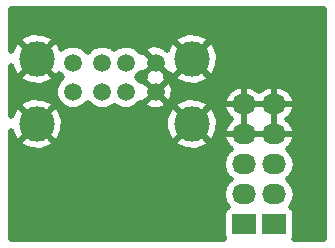
<source format=gbr>
G04 #@! TF.FileFunction,Copper,L2,Bot,Signal*
%FSLAX46Y46*%
G04 Gerber Fmt 4.6, Leading zero omitted, Abs format (unit mm)*
G04 Created by KiCad (PCBNEW 4.0.2+e4-6225~38~ubuntu14.04.1-stable) date Fri 01 Jul 2016 14:13:15 SAST*
%MOMM*%
G01*
G04 APERTURE LIST*
%ADD10C,0.050000*%
%ADD11C,1.500000*%
%ADD12C,3.000000*%
%ADD13R,2.032000X1.727200*%
%ADD14O,2.032000X1.727200*%
%ADD15C,0.500000*%
G04 APERTURE END LIST*
D10*
D11*
X123500000Y-76800000D03*
X121000000Y-76800000D03*
X119000000Y-76800000D03*
X116500000Y-76800000D03*
X116500000Y-74300000D03*
X119000000Y-74300000D03*
X121000000Y-74300000D03*
X123500000Y-74300000D03*
D12*
X113430000Y-79500000D03*
X113430000Y-74000000D03*
X126570000Y-79500000D03*
X126570000Y-74000000D03*
D13*
X131000000Y-88000000D03*
D14*
X131000000Y-85460000D03*
X131000000Y-82920000D03*
X131000000Y-80380000D03*
X131000000Y-77840000D03*
D13*
X133540000Y-88000000D03*
D14*
X133540000Y-85460000D03*
X133540000Y-82920000D03*
X133540000Y-80380000D03*
X133540000Y-77840000D03*
D15*
G36*
X137750000Y-89250000D02*
X135209392Y-89250000D01*
X135267960Y-89164282D01*
X135328850Y-88863600D01*
X135328850Y-87136400D01*
X135275995Y-86855502D01*
X135109985Y-86597514D01*
X134952018Y-86489580D01*
X135225318Y-86080559D01*
X135348755Y-85460000D01*
X135225318Y-84839441D01*
X134873799Y-84313356D01*
X134689184Y-84190000D01*
X134873799Y-84066644D01*
X135225318Y-83540559D01*
X135348755Y-82920000D01*
X135225318Y-82299441D01*
X134873799Y-81773356D01*
X134671560Y-81638224D01*
X134841873Y-81523816D01*
X135192094Y-80996864D01*
X135293405Y-80637624D01*
X135124494Y-80384000D01*
X133544000Y-80384000D01*
X133544000Y-80404000D01*
X133536000Y-80404000D01*
X133536000Y-80384000D01*
X131004000Y-80384000D01*
X131004000Y-80404000D01*
X130996000Y-80404000D01*
X130996000Y-80384000D01*
X129415506Y-80384000D01*
X129246595Y-80637624D01*
X129347906Y-80996864D01*
X129698127Y-81523816D01*
X129868440Y-81638224D01*
X129666201Y-81773356D01*
X129314682Y-82299441D01*
X129191245Y-82920000D01*
X129314682Y-83540559D01*
X129666201Y-84066644D01*
X129850816Y-84190000D01*
X129666201Y-84313356D01*
X129314682Y-84839441D01*
X129191245Y-85460000D01*
X129314682Y-86080559D01*
X129588403Y-86490211D01*
X129445114Y-86582415D01*
X129272040Y-86835718D01*
X129211150Y-87136400D01*
X129211150Y-88863600D01*
X129264005Y-89144498D01*
X129331893Y-89250000D01*
X111250000Y-89250000D01*
X111250000Y-80996756D01*
X111938901Y-80996756D01*
X112080016Y-81364897D01*
X112896443Y-81739556D01*
X113794099Y-81773263D01*
X114636324Y-81460886D01*
X114779984Y-81364897D01*
X114921099Y-80996756D01*
X125078901Y-80996756D01*
X125220016Y-81364897D01*
X126036443Y-81739556D01*
X126934099Y-81773263D01*
X127776324Y-81460886D01*
X127919984Y-81364897D01*
X128061099Y-80996756D01*
X126570000Y-79505657D01*
X125078901Y-80996756D01*
X114921099Y-80996756D01*
X113430000Y-79505657D01*
X111938901Y-80996756D01*
X111250000Y-80996756D01*
X111250000Y-80115553D01*
X111469114Y-80706324D01*
X111565103Y-80849984D01*
X111933244Y-80991099D01*
X113424343Y-79500000D01*
X113435657Y-79500000D01*
X114926756Y-80991099D01*
X115294897Y-80849984D01*
X115669556Y-80033557D01*
X115675919Y-79864099D01*
X124296737Y-79864099D01*
X124609114Y-80706324D01*
X124705103Y-80849984D01*
X125073244Y-80991099D01*
X126564343Y-79500000D01*
X126575657Y-79500000D01*
X128066756Y-80991099D01*
X128434897Y-80849984D01*
X128809556Y-80033557D01*
X128843263Y-79135901D01*
X128530886Y-78293676D01*
X128434897Y-78150016D01*
X128298217Y-78097624D01*
X129246595Y-78097624D01*
X129347906Y-78456864D01*
X129698127Y-78983816D01*
X129885970Y-79110000D01*
X129698127Y-79236184D01*
X129347906Y-79763136D01*
X129246595Y-80122376D01*
X129415506Y-80376000D01*
X130996000Y-80376000D01*
X130996000Y-77844000D01*
X131004000Y-77844000D01*
X131004000Y-80376000D01*
X133536000Y-80376000D01*
X133536000Y-77844000D01*
X133544000Y-77844000D01*
X133544000Y-80376000D01*
X135124494Y-80376000D01*
X135293405Y-80122376D01*
X135192094Y-79763136D01*
X134841873Y-79236184D01*
X134654030Y-79110000D01*
X134841873Y-78983816D01*
X135192094Y-78456864D01*
X135293405Y-78097624D01*
X135124494Y-77844000D01*
X133544000Y-77844000D01*
X133536000Y-77844000D01*
X131004000Y-77844000D01*
X130996000Y-77844000D01*
X129415506Y-77844000D01*
X129246595Y-78097624D01*
X128298217Y-78097624D01*
X128066756Y-78008901D01*
X126575657Y-79500000D01*
X126564343Y-79500000D01*
X125073244Y-78008901D01*
X124705103Y-78150016D01*
X124330444Y-78966443D01*
X124296737Y-79864099D01*
X115675919Y-79864099D01*
X115703263Y-79135901D01*
X115390886Y-78293676D01*
X115294897Y-78150016D01*
X114926756Y-78008901D01*
X113435657Y-79500000D01*
X113424343Y-79500000D01*
X111933244Y-78008901D01*
X111565103Y-78150016D01*
X111250000Y-78836663D01*
X111250000Y-78003244D01*
X111938901Y-78003244D01*
X113430000Y-79494343D01*
X114921099Y-78003244D01*
X114779984Y-77635103D01*
X113963557Y-77260444D01*
X113065901Y-77226737D01*
X112223676Y-77539114D01*
X112080016Y-77635103D01*
X111938901Y-78003244D01*
X111250000Y-78003244D01*
X111250000Y-75496756D01*
X111938901Y-75496756D01*
X112080016Y-75864897D01*
X112896443Y-76239556D01*
X113794099Y-76273263D01*
X114636324Y-75960886D01*
X114779984Y-75864897D01*
X114921099Y-75496756D01*
X113430000Y-74005657D01*
X111938901Y-75496756D01*
X111250000Y-75496756D01*
X111250000Y-74615553D01*
X111469114Y-75206324D01*
X111565103Y-75349984D01*
X111933244Y-75491099D01*
X113424343Y-74000000D01*
X113435657Y-74000000D01*
X114926756Y-75491099D01*
X115294897Y-75349984D01*
X115328130Y-75277566D01*
X115600394Y-75550306D01*
X115212158Y-75937865D01*
X114980264Y-76496327D01*
X114979736Y-77101020D01*
X115210655Y-77659886D01*
X115637865Y-78087842D01*
X116196327Y-78319736D01*
X116801020Y-78320264D01*
X117359886Y-78089345D01*
X117750306Y-77699606D01*
X118137865Y-78087842D01*
X118696327Y-78319736D01*
X119301020Y-78320264D01*
X119859886Y-78089345D01*
X119999869Y-77949606D01*
X120137865Y-78087842D01*
X120696327Y-78319736D01*
X121301020Y-78320264D01*
X121859886Y-78089345D01*
X122185111Y-77764687D01*
X122540970Y-77764687D01*
X122592302Y-78056145D01*
X123142101Y-78307888D01*
X123746389Y-78330069D01*
X124313165Y-78119311D01*
X124407698Y-78056145D01*
X124417014Y-78003244D01*
X125078901Y-78003244D01*
X126570000Y-79494343D01*
X128061099Y-78003244D01*
X127919984Y-77635103D01*
X127805086Y-77582376D01*
X129246595Y-77582376D01*
X129415506Y-77836000D01*
X130996000Y-77836000D01*
X130996000Y-76218400D01*
X131004000Y-76218400D01*
X131004000Y-77836000D01*
X133536000Y-77836000D01*
X133536000Y-76218400D01*
X133544000Y-76218400D01*
X133544000Y-77836000D01*
X135124494Y-77836000D01*
X135293405Y-77582376D01*
X135192094Y-77223136D01*
X134841873Y-76696184D01*
X134316655Y-76343368D01*
X133696400Y-76218400D01*
X133544000Y-76218400D01*
X133536000Y-76218400D01*
X133383600Y-76218400D01*
X132763345Y-76343368D01*
X132270000Y-76674773D01*
X131776655Y-76343368D01*
X131156400Y-76218400D01*
X131004000Y-76218400D01*
X130996000Y-76218400D01*
X130843600Y-76218400D01*
X130223345Y-76343368D01*
X129698127Y-76696184D01*
X129347906Y-77223136D01*
X129246595Y-77582376D01*
X127805086Y-77582376D01*
X127103557Y-77260444D01*
X126205901Y-77226737D01*
X125363676Y-77539114D01*
X125220016Y-77635103D01*
X125078901Y-78003244D01*
X124417014Y-78003244D01*
X124459030Y-77764687D01*
X123500000Y-76805657D01*
X122540970Y-77764687D01*
X122185111Y-77764687D01*
X122243193Y-77706707D01*
X122243855Y-77707698D01*
X122535313Y-77759030D01*
X123494343Y-76800000D01*
X123505657Y-76800000D01*
X124464687Y-77759030D01*
X124756145Y-77707698D01*
X125007888Y-77157899D01*
X125030069Y-76553611D01*
X124819311Y-75986835D01*
X124756145Y-75892302D01*
X124464687Y-75840970D01*
X123505657Y-76800000D01*
X123494343Y-76800000D01*
X122535313Y-75840970D01*
X122243855Y-75892302D01*
X122243151Y-75893839D01*
X121899606Y-75549694D01*
X122185111Y-75264687D01*
X122540970Y-75264687D01*
X122591220Y-75550000D01*
X122540970Y-75835313D01*
X123500000Y-76794343D01*
X124459030Y-75835313D01*
X124408780Y-75550000D01*
X124418157Y-75496756D01*
X125078901Y-75496756D01*
X125220016Y-75864897D01*
X126036443Y-76239556D01*
X126934099Y-76273263D01*
X127776324Y-75960886D01*
X127919984Y-75864897D01*
X128061099Y-75496756D01*
X126570000Y-74005657D01*
X125078901Y-75496756D01*
X124418157Y-75496756D01*
X124459030Y-75264687D01*
X123500000Y-74305657D01*
X122540970Y-75264687D01*
X122185111Y-75264687D01*
X122243193Y-75206707D01*
X122243855Y-75207698D01*
X122535313Y-75259030D01*
X123494343Y-74300000D01*
X122535313Y-73340970D01*
X122243855Y-73392302D01*
X122243151Y-73393839D01*
X122184727Y-73335313D01*
X122540970Y-73335313D01*
X123500000Y-74294343D01*
X123514142Y-74280201D01*
X123519799Y-74285858D01*
X123505657Y-74300000D01*
X124464687Y-75259030D01*
X124625416Y-75230722D01*
X124705103Y-75349984D01*
X125073244Y-75491099D01*
X126564343Y-74000000D01*
X126575657Y-74000000D01*
X128066756Y-75491099D01*
X128434897Y-75349984D01*
X128809556Y-74533557D01*
X128843263Y-73635901D01*
X128530886Y-72793676D01*
X128434897Y-72650016D01*
X128066756Y-72508901D01*
X126575657Y-74000000D01*
X126564343Y-74000000D01*
X125073244Y-72508901D01*
X124705103Y-72650016D01*
X124440057Y-73227584D01*
X124407698Y-73043855D01*
X123857899Y-72792112D01*
X123253611Y-72769931D01*
X122686835Y-72980689D01*
X122592302Y-73043855D01*
X122540970Y-73335313D01*
X122184727Y-73335313D01*
X121862135Y-73012158D01*
X121303673Y-72780264D01*
X120698980Y-72779736D01*
X120140114Y-73010655D01*
X120000131Y-73150394D01*
X119862135Y-73012158D01*
X119303673Y-72780264D01*
X118698980Y-72779736D01*
X118140114Y-73010655D01*
X117749694Y-73400394D01*
X117362135Y-73012158D01*
X116803673Y-72780264D01*
X116198980Y-72779736D01*
X115640114Y-73010655D01*
X115516960Y-73133594D01*
X115390886Y-72793676D01*
X115294897Y-72650016D01*
X114926756Y-72508901D01*
X113435657Y-74000000D01*
X113424343Y-74000000D01*
X111933244Y-72508901D01*
X111565103Y-72650016D01*
X111250000Y-73336663D01*
X111250000Y-72503244D01*
X111938901Y-72503244D01*
X113430000Y-73994343D01*
X114921099Y-72503244D01*
X125078901Y-72503244D01*
X126570000Y-73994343D01*
X128061099Y-72503244D01*
X127919984Y-72135103D01*
X127103557Y-71760444D01*
X126205901Y-71726737D01*
X125363676Y-72039114D01*
X125220016Y-72135103D01*
X125078901Y-72503244D01*
X114921099Y-72503244D01*
X114779984Y-72135103D01*
X113963557Y-71760444D01*
X113065901Y-71726737D01*
X112223676Y-72039114D01*
X112080016Y-72135103D01*
X111938901Y-72503244D01*
X111250000Y-72503244D01*
X111250000Y-69750000D01*
X137750000Y-69750000D01*
X137750000Y-89250000D01*
X137750000Y-89250000D01*
G37*
X137750000Y-89250000D02*
X135209392Y-89250000D01*
X135267960Y-89164282D01*
X135328850Y-88863600D01*
X135328850Y-87136400D01*
X135275995Y-86855502D01*
X135109985Y-86597514D01*
X134952018Y-86489580D01*
X135225318Y-86080559D01*
X135348755Y-85460000D01*
X135225318Y-84839441D01*
X134873799Y-84313356D01*
X134689184Y-84190000D01*
X134873799Y-84066644D01*
X135225318Y-83540559D01*
X135348755Y-82920000D01*
X135225318Y-82299441D01*
X134873799Y-81773356D01*
X134671560Y-81638224D01*
X134841873Y-81523816D01*
X135192094Y-80996864D01*
X135293405Y-80637624D01*
X135124494Y-80384000D01*
X133544000Y-80384000D01*
X133544000Y-80404000D01*
X133536000Y-80404000D01*
X133536000Y-80384000D01*
X131004000Y-80384000D01*
X131004000Y-80404000D01*
X130996000Y-80404000D01*
X130996000Y-80384000D01*
X129415506Y-80384000D01*
X129246595Y-80637624D01*
X129347906Y-80996864D01*
X129698127Y-81523816D01*
X129868440Y-81638224D01*
X129666201Y-81773356D01*
X129314682Y-82299441D01*
X129191245Y-82920000D01*
X129314682Y-83540559D01*
X129666201Y-84066644D01*
X129850816Y-84190000D01*
X129666201Y-84313356D01*
X129314682Y-84839441D01*
X129191245Y-85460000D01*
X129314682Y-86080559D01*
X129588403Y-86490211D01*
X129445114Y-86582415D01*
X129272040Y-86835718D01*
X129211150Y-87136400D01*
X129211150Y-88863600D01*
X129264005Y-89144498D01*
X129331893Y-89250000D01*
X111250000Y-89250000D01*
X111250000Y-80996756D01*
X111938901Y-80996756D01*
X112080016Y-81364897D01*
X112896443Y-81739556D01*
X113794099Y-81773263D01*
X114636324Y-81460886D01*
X114779984Y-81364897D01*
X114921099Y-80996756D01*
X125078901Y-80996756D01*
X125220016Y-81364897D01*
X126036443Y-81739556D01*
X126934099Y-81773263D01*
X127776324Y-81460886D01*
X127919984Y-81364897D01*
X128061099Y-80996756D01*
X126570000Y-79505657D01*
X125078901Y-80996756D01*
X114921099Y-80996756D01*
X113430000Y-79505657D01*
X111938901Y-80996756D01*
X111250000Y-80996756D01*
X111250000Y-80115553D01*
X111469114Y-80706324D01*
X111565103Y-80849984D01*
X111933244Y-80991099D01*
X113424343Y-79500000D01*
X113435657Y-79500000D01*
X114926756Y-80991099D01*
X115294897Y-80849984D01*
X115669556Y-80033557D01*
X115675919Y-79864099D01*
X124296737Y-79864099D01*
X124609114Y-80706324D01*
X124705103Y-80849984D01*
X125073244Y-80991099D01*
X126564343Y-79500000D01*
X126575657Y-79500000D01*
X128066756Y-80991099D01*
X128434897Y-80849984D01*
X128809556Y-80033557D01*
X128843263Y-79135901D01*
X128530886Y-78293676D01*
X128434897Y-78150016D01*
X128298217Y-78097624D01*
X129246595Y-78097624D01*
X129347906Y-78456864D01*
X129698127Y-78983816D01*
X129885970Y-79110000D01*
X129698127Y-79236184D01*
X129347906Y-79763136D01*
X129246595Y-80122376D01*
X129415506Y-80376000D01*
X130996000Y-80376000D01*
X130996000Y-77844000D01*
X131004000Y-77844000D01*
X131004000Y-80376000D01*
X133536000Y-80376000D01*
X133536000Y-77844000D01*
X133544000Y-77844000D01*
X133544000Y-80376000D01*
X135124494Y-80376000D01*
X135293405Y-80122376D01*
X135192094Y-79763136D01*
X134841873Y-79236184D01*
X134654030Y-79110000D01*
X134841873Y-78983816D01*
X135192094Y-78456864D01*
X135293405Y-78097624D01*
X135124494Y-77844000D01*
X133544000Y-77844000D01*
X133536000Y-77844000D01*
X131004000Y-77844000D01*
X130996000Y-77844000D01*
X129415506Y-77844000D01*
X129246595Y-78097624D01*
X128298217Y-78097624D01*
X128066756Y-78008901D01*
X126575657Y-79500000D01*
X126564343Y-79500000D01*
X125073244Y-78008901D01*
X124705103Y-78150016D01*
X124330444Y-78966443D01*
X124296737Y-79864099D01*
X115675919Y-79864099D01*
X115703263Y-79135901D01*
X115390886Y-78293676D01*
X115294897Y-78150016D01*
X114926756Y-78008901D01*
X113435657Y-79500000D01*
X113424343Y-79500000D01*
X111933244Y-78008901D01*
X111565103Y-78150016D01*
X111250000Y-78836663D01*
X111250000Y-78003244D01*
X111938901Y-78003244D01*
X113430000Y-79494343D01*
X114921099Y-78003244D01*
X114779984Y-77635103D01*
X113963557Y-77260444D01*
X113065901Y-77226737D01*
X112223676Y-77539114D01*
X112080016Y-77635103D01*
X111938901Y-78003244D01*
X111250000Y-78003244D01*
X111250000Y-75496756D01*
X111938901Y-75496756D01*
X112080016Y-75864897D01*
X112896443Y-76239556D01*
X113794099Y-76273263D01*
X114636324Y-75960886D01*
X114779984Y-75864897D01*
X114921099Y-75496756D01*
X113430000Y-74005657D01*
X111938901Y-75496756D01*
X111250000Y-75496756D01*
X111250000Y-74615553D01*
X111469114Y-75206324D01*
X111565103Y-75349984D01*
X111933244Y-75491099D01*
X113424343Y-74000000D01*
X113435657Y-74000000D01*
X114926756Y-75491099D01*
X115294897Y-75349984D01*
X115328130Y-75277566D01*
X115600394Y-75550306D01*
X115212158Y-75937865D01*
X114980264Y-76496327D01*
X114979736Y-77101020D01*
X115210655Y-77659886D01*
X115637865Y-78087842D01*
X116196327Y-78319736D01*
X116801020Y-78320264D01*
X117359886Y-78089345D01*
X117750306Y-77699606D01*
X118137865Y-78087842D01*
X118696327Y-78319736D01*
X119301020Y-78320264D01*
X119859886Y-78089345D01*
X119999869Y-77949606D01*
X120137865Y-78087842D01*
X120696327Y-78319736D01*
X121301020Y-78320264D01*
X121859886Y-78089345D01*
X122185111Y-77764687D01*
X122540970Y-77764687D01*
X122592302Y-78056145D01*
X123142101Y-78307888D01*
X123746389Y-78330069D01*
X124313165Y-78119311D01*
X124407698Y-78056145D01*
X124417014Y-78003244D01*
X125078901Y-78003244D01*
X126570000Y-79494343D01*
X128061099Y-78003244D01*
X127919984Y-77635103D01*
X127805086Y-77582376D01*
X129246595Y-77582376D01*
X129415506Y-77836000D01*
X130996000Y-77836000D01*
X130996000Y-76218400D01*
X131004000Y-76218400D01*
X131004000Y-77836000D01*
X133536000Y-77836000D01*
X133536000Y-76218400D01*
X133544000Y-76218400D01*
X133544000Y-77836000D01*
X135124494Y-77836000D01*
X135293405Y-77582376D01*
X135192094Y-77223136D01*
X134841873Y-76696184D01*
X134316655Y-76343368D01*
X133696400Y-76218400D01*
X133544000Y-76218400D01*
X133536000Y-76218400D01*
X133383600Y-76218400D01*
X132763345Y-76343368D01*
X132270000Y-76674773D01*
X131776655Y-76343368D01*
X131156400Y-76218400D01*
X131004000Y-76218400D01*
X130996000Y-76218400D01*
X130843600Y-76218400D01*
X130223345Y-76343368D01*
X129698127Y-76696184D01*
X129347906Y-77223136D01*
X129246595Y-77582376D01*
X127805086Y-77582376D01*
X127103557Y-77260444D01*
X126205901Y-77226737D01*
X125363676Y-77539114D01*
X125220016Y-77635103D01*
X125078901Y-78003244D01*
X124417014Y-78003244D01*
X124459030Y-77764687D01*
X123500000Y-76805657D01*
X122540970Y-77764687D01*
X122185111Y-77764687D01*
X122243193Y-77706707D01*
X122243855Y-77707698D01*
X122535313Y-77759030D01*
X123494343Y-76800000D01*
X123505657Y-76800000D01*
X124464687Y-77759030D01*
X124756145Y-77707698D01*
X125007888Y-77157899D01*
X125030069Y-76553611D01*
X124819311Y-75986835D01*
X124756145Y-75892302D01*
X124464687Y-75840970D01*
X123505657Y-76800000D01*
X123494343Y-76800000D01*
X122535313Y-75840970D01*
X122243855Y-75892302D01*
X122243151Y-75893839D01*
X121899606Y-75549694D01*
X122185111Y-75264687D01*
X122540970Y-75264687D01*
X122591220Y-75550000D01*
X122540970Y-75835313D01*
X123500000Y-76794343D01*
X124459030Y-75835313D01*
X124408780Y-75550000D01*
X124418157Y-75496756D01*
X125078901Y-75496756D01*
X125220016Y-75864897D01*
X126036443Y-76239556D01*
X126934099Y-76273263D01*
X127776324Y-75960886D01*
X127919984Y-75864897D01*
X128061099Y-75496756D01*
X126570000Y-74005657D01*
X125078901Y-75496756D01*
X124418157Y-75496756D01*
X124459030Y-75264687D01*
X123500000Y-74305657D01*
X122540970Y-75264687D01*
X122185111Y-75264687D01*
X122243193Y-75206707D01*
X122243855Y-75207698D01*
X122535313Y-75259030D01*
X123494343Y-74300000D01*
X122535313Y-73340970D01*
X122243855Y-73392302D01*
X122243151Y-73393839D01*
X122184727Y-73335313D01*
X122540970Y-73335313D01*
X123500000Y-74294343D01*
X123514142Y-74280201D01*
X123519799Y-74285858D01*
X123505657Y-74300000D01*
X124464687Y-75259030D01*
X124625416Y-75230722D01*
X124705103Y-75349984D01*
X125073244Y-75491099D01*
X126564343Y-74000000D01*
X126575657Y-74000000D01*
X128066756Y-75491099D01*
X128434897Y-75349984D01*
X128809556Y-74533557D01*
X128843263Y-73635901D01*
X128530886Y-72793676D01*
X128434897Y-72650016D01*
X128066756Y-72508901D01*
X126575657Y-74000000D01*
X126564343Y-74000000D01*
X125073244Y-72508901D01*
X124705103Y-72650016D01*
X124440057Y-73227584D01*
X124407698Y-73043855D01*
X123857899Y-72792112D01*
X123253611Y-72769931D01*
X122686835Y-72980689D01*
X122592302Y-73043855D01*
X122540970Y-73335313D01*
X122184727Y-73335313D01*
X121862135Y-73012158D01*
X121303673Y-72780264D01*
X120698980Y-72779736D01*
X120140114Y-73010655D01*
X120000131Y-73150394D01*
X119862135Y-73012158D01*
X119303673Y-72780264D01*
X118698980Y-72779736D01*
X118140114Y-73010655D01*
X117749694Y-73400394D01*
X117362135Y-73012158D01*
X116803673Y-72780264D01*
X116198980Y-72779736D01*
X115640114Y-73010655D01*
X115516960Y-73133594D01*
X115390886Y-72793676D01*
X115294897Y-72650016D01*
X114926756Y-72508901D01*
X113435657Y-74000000D01*
X113424343Y-74000000D01*
X111933244Y-72508901D01*
X111565103Y-72650016D01*
X111250000Y-73336663D01*
X111250000Y-72503244D01*
X111938901Y-72503244D01*
X113430000Y-73994343D01*
X114921099Y-72503244D01*
X125078901Y-72503244D01*
X126570000Y-73994343D01*
X128061099Y-72503244D01*
X127919984Y-72135103D01*
X127103557Y-71760444D01*
X126205901Y-71726737D01*
X125363676Y-72039114D01*
X125220016Y-72135103D01*
X125078901Y-72503244D01*
X114921099Y-72503244D01*
X114779984Y-72135103D01*
X113963557Y-71760444D01*
X113065901Y-71726737D01*
X112223676Y-72039114D01*
X112080016Y-72135103D01*
X111938901Y-72503244D01*
X111250000Y-72503244D01*
X111250000Y-69750000D01*
X137750000Y-69750000D01*
X137750000Y-89250000D01*
M02*

</source>
